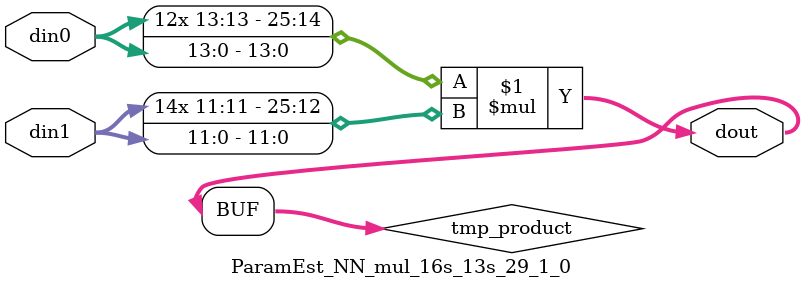
<source format=v>

`timescale 1 ns / 1 ps

  module ParamEst_NN_mul_16s_13s_29_1_0(din0, din1, dout);
parameter ID = 1;
parameter NUM_STAGE = 0;
parameter din0_WIDTH = 14;
parameter din1_WIDTH = 12;
parameter dout_WIDTH = 26;

input [din0_WIDTH - 1 : 0] din0; 
input [din1_WIDTH - 1 : 0] din1; 
output [dout_WIDTH - 1 : 0] dout;

wire signed [dout_WIDTH - 1 : 0] tmp_product;













assign tmp_product = $signed(din0) * $signed(din1);








assign dout = tmp_product;







endmodule

</source>
